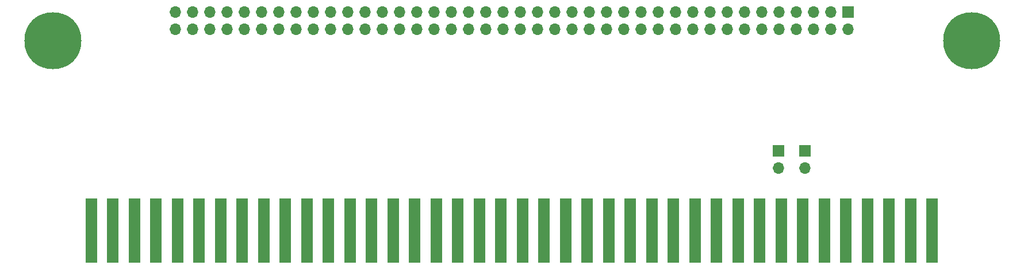
<source format=gbs>
%TF.GenerationSoftware,KiCad,Pcbnew,(6.0.9-0)*%
%TF.CreationDate,2023-01-05T16:32:09-08:00*%
%TF.ProjectId,mini-extender-m2,6d696e69-2d65-4787-9465-6e6465722d6d,rev?*%
%TF.SameCoordinates,Original*%
%TF.FileFunction,Soldermask,Bot*%
%TF.FilePolarity,Negative*%
%FSLAX46Y46*%
G04 Gerber Fmt 4.6, Leading zero omitted, Abs format (unit mm)*
G04 Created by KiCad (PCBNEW (6.0.9-0)) date 2023-01-05 16:32:09*
%MOMM*%
%LPD*%
G01*
G04 APERTURE LIST*
%ADD10R,1.700000X1.700000*%
%ADD11O,1.700000X1.700000*%
%ADD12R,1.772920X9.519920*%
%ADD13C,8.400000*%
G04 APERTURE END LIST*
D10*
%TO.C,JP1*%
X191643000Y-86355000D03*
D11*
X191643000Y-88895000D03*
%TD*%
D12*
%TO.C,P0*%
X214312500Y-98107500D03*
X211137500Y-98107500D03*
X207962500Y-98107500D03*
X204787500Y-98107500D03*
X201612500Y-98107500D03*
X198437500Y-98107500D03*
X195262500Y-98107500D03*
X192087500Y-98107500D03*
X188912500Y-98107500D03*
X185737500Y-98107500D03*
X182562500Y-98107500D03*
X179387500Y-98107500D03*
X176212500Y-98107500D03*
X173037500Y-98107500D03*
X169862500Y-98107500D03*
X166687500Y-98107500D03*
X163512500Y-98107500D03*
X160337500Y-98107500D03*
X157162500Y-98107500D03*
X153987500Y-98107500D03*
X150812500Y-98107500D03*
X147637500Y-98107500D03*
X144462500Y-98107500D03*
X141287500Y-98107500D03*
X138112500Y-98107500D03*
X134937500Y-98107500D03*
X131762500Y-98107500D03*
X128587500Y-98107500D03*
X125412500Y-98107500D03*
X122237500Y-98107500D03*
X119062500Y-98107500D03*
X115887500Y-98107500D03*
X112712500Y-98107500D03*
X109537500Y-98107500D03*
X106362500Y-98107500D03*
X103187500Y-98107500D03*
X100012500Y-98107500D03*
X96837500Y-98107500D03*
X93662500Y-98107500D03*
X90487500Y-98107500D03*
%TD*%
D10*
%TO.C,J1*%
X201930000Y-65913000D03*
D11*
X201930000Y-68453000D03*
X199390000Y-65913000D03*
X199390000Y-68453000D03*
X196850000Y-65913000D03*
X196850000Y-68453000D03*
X194310000Y-65913000D03*
X194310000Y-68453000D03*
X191770000Y-65913000D03*
X191770000Y-68453000D03*
X189230000Y-65913000D03*
X189230000Y-68453000D03*
X186690000Y-65913000D03*
X186690000Y-68453000D03*
X184150000Y-65913000D03*
X184150000Y-68453000D03*
X181610000Y-65913000D03*
X181610000Y-68453000D03*
X179070000Y-65913000D03*
X179070000Y-68453000D03*
X176530000Y-65913000D03*
X176530000Y-68453000D03*
X173990000Y-65913000D03*
X173990000Y-68453000D03*
X171450000Y-65913000D03*
X171450000Y-68453000D03*
X168910000Y-65913000D03*
X168910000Y-68453000D03*
X166370000Y-65913000D03*
X166370000Y-68453000D03*
X163830000Y-65913000D03*
X163830000Y-68453000D03*
X161290000Y-65913000D03*
X161290000Y-68453000D03*
X158750000Y-65913000D03*
X158750000Y-68453000D03*
X156210000Y-65913000D03*
X156210000Y-68453000D03*
X153670000Y-65913000D03*
X153670000Y-68453000D03*
X151130000Y-65913000D03*
X151130000Y-68453000D03*
X148590000Y-65913000D03*
X148590000Y-68453000D03*
X146050000Y-65913000D03*
X146050000Y-68453000D03*
X143510000Y-65913000D03*
X143510000Y-68453000D03*
X140970000Y-65913000D03*
X140970000Y-68453000D03*
X138430000Y-65913000D03*
X138430000Y-68453000D03*
X135890000Y-65913000D03*
X135890000Y-68453000D03*
X133350000Y-65913000D03*
X133350000Y-68453000D03*
X130810000Y-65913000D03*
X130810000Y-68453000D03*
X128270000Y-65913000D03*
X128270000Y-68453000D03*
X125730000Y-65913000D03*
X125730000Y-68453000D03*
X123190000Y-65913000D03*
X123190000Y-68453000D03*
X120650000Y-65913000D03*
X120650000Y-68453000D03*
X118110000Y-65913000D03*
X118110000Y-68453000D03*
X115570000Y-65913000D03*
X115570000Y-68453000D03*
X113030000Y-65913000D03*
X113030000Y-68453000D03*
X110490000Y-65913000D03*
X110490000Y-68453000D03*
X107950000Y-65913000D03*
X107950000Y-68453000D03*
X105410000Y-65913000D03*
X105410000Y-68453000D03*
X102870000Y-65913000D03*
X102870000Y-68453000D03*
%TD*%
D13*
%TO.C,H1*%
X220091000Y-70104000D03*
%TD*%
D10*
%TO.C,JP2*%
X195580000Y-86355000D03*
D11*
X195580000Y-88895000D03*
%TD*%
D13*
%TO.C,H2*%
X84836000Y-70104000D03*
%TD*%
M02*

</source>
